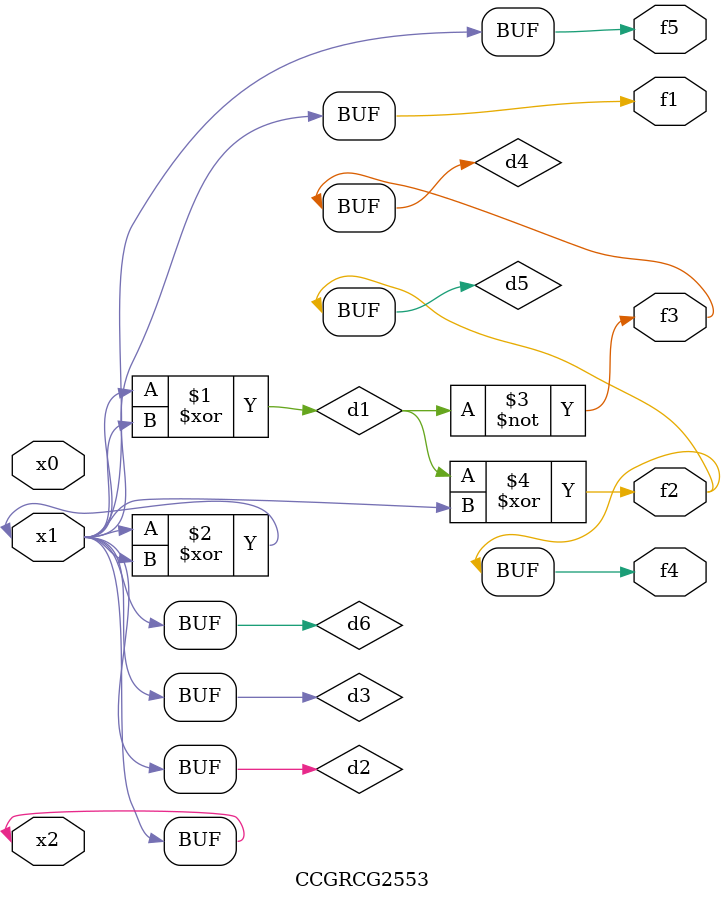
<source format=v>
module CCGRCG2553(
	input x0, x1, x2,
	output f1, f2, f3, f4, f5
);

	wire d1, d2, d3, d4, d5, d6;

	xor (d1, x1, x2);
	buf (d2, x1, x2);
	xor (d3, x1, x2);
	nor (d4, d1);
	xor (d5, d1, d2);
	buf (d6, d2, d3);
	assign f1 = d6;
	assign f2 = d5;
	assign f3 = d4;
	assign f4 = d5;
	assign f5 = d6;
endmodule

</source>
